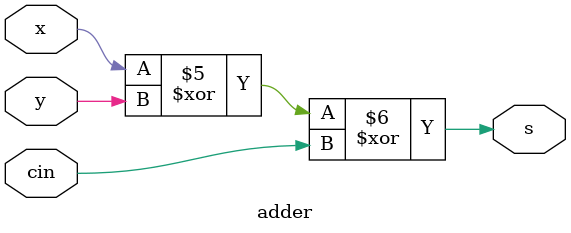
<source format=sv>
module lookahead_adder
(
    input   logic[15:0]     A,
    input   logic[15:0]     B,
    output  logic[15:0]     S,
    output  logic           CO
);

    /* Carry Lookahead Adder 
	 * Your code should be completly combinational (don't use always_ff or always_latch).
     * Feel free to create sub-modules or other files. */
      logic [4:0] C;
      logic [3:0] G, P;

      assign C[0] = 0;

      fourbitcla RA0(.x(A[3:0]), .y(B[3:0]), .cin(C[0]), .s(S[3:0]), .gg(G[0]), .pg(P[0])); 
		assign C[1] = G[0] | P[0]&C[0];
		
      fourbitcla RA1(.x(A[7:4]), .y(B[7:4]), .cin(C[1]), .s(S[7:4]), .gg(G[1]), .pg(P[1]));
		assign C[2] = G[1] | P[1]&C[1];
		
      fourbitcla RA2(.x(A[11:8]), .y(B[11:8]), .cin(C[2]), .s(S[11:8]), .gg(G[2]), .pg(P[2]));
		assign C[3] = G[2] | P[2]&C[2];
		
		
      fourbitcla RA3(.x(A[15:12]), .y(B[15:12]), .cin(C[3]), .s(S[15:12]), .gg(G[3]), .pg(P[3]));
		assign C[4] = G[3] | P[3]&C[3];
		
		assign CO = C[4];


endmodule

module fourbitcla
(
  input [3:0] x,
  input [3:0] y,
  input cin,
  output logic [3:0] s,
  output logic gg, pg //Generate and propagate signal
);

  logic [4:0] C;
  logic [3:0] G, P;

  always_comb begin
    for(int i = 0 ; i<4; i=i+1) begin
      G[i] = x[i] & y[i];
      P[i] = x[i] ^ y[i];
    end
    C[0] = cin;
    for(int i = 1 ; i<4; i=i+1) begin
      C[i] = G[i-1] | (P[i-1] & C[i-1]);
    end
  end

	adder a0(.x(x[0]), .y(y[0]), .cin(C[0]), .s(s[0]));
	adder a1(.x(x[1]), .y(y[1]), .cin(C[1]), .s(s[1]));
	adder a2(.x(x[2]), .y(y[2]), .cin(C[2]), .s(s[2]));
	adder a3(.x(x[3]), .y(y[3]), .cin(C[3]), .s(s[3]));
	assign pg = (P[3]&P[2]&P[1]&P[0]); //This is the propagate signal
	assign gg = (G[3] | (G[2] & P[3]) | (G[1] & P[3] & P[2]) | (G[0] & P[3] & P[2] & P[1])); //This is the generate signal

endmodule

module adder
(
 input x,
input y,
input cin,
output logic s
);
	assign s = x ^ y ^ cin;
endmodule
</source>
